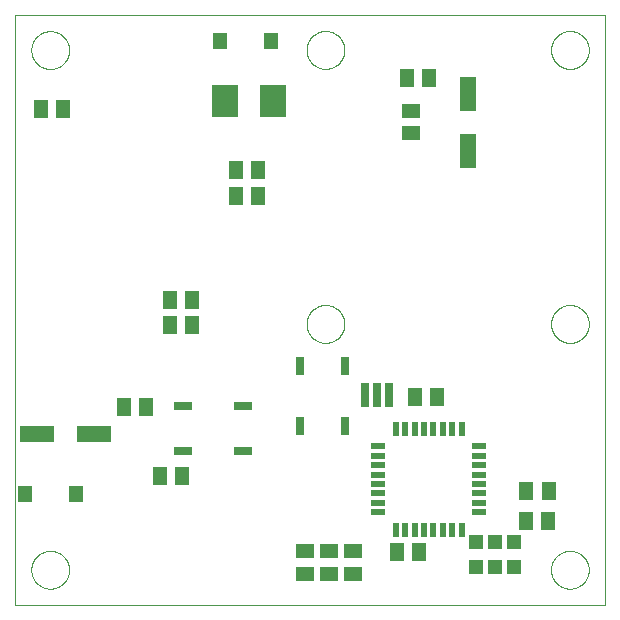
<source format=gtp>
G75*
%MOIN*%
%OFA0B0*%
%FSLAX25Y25*%
%IPPOS*%
%LPD*%
%AMOC8*
5,1,8,0,0,1.08239X$1,22.5*
%
%ADD10C,0.00000*%
%ADD11R,0.05118X0.05906*%
%ADD12R,0.11811X0.05512*%
%ADD13R,0.05512X0.11811*%
%ADD14R,0.05000X0.05787*%
%ADD15R,0.09000X0.11000*%
%ADD16R,0.04724X0.04724*%
%ADD17R,0.05118X0.06299*%
%ADD18R,0.06299X0.05118*%
%ADD19R,0.03000X0.06000*%
%ADD20R,0.06000X0.03000*%
%ADD21R,0.02200X0.05000*%
%ADD22R,0.05000X0.02200*%
%ADD23R,0.02756X0.07874*%
D10*
X0002600Y0002600D02*
X0002600Y0199450D01*
X0199450Y0199450D01*
X0199450Y0002600D01*
X0002600Y0002600D01*
X0008112Y0014411D02*
X0008114Y0014569D01*
X0008120Y0014727D01*
X0008130Y0014885D01*
X0008144Y0015043D01*
X0008162Y0015200D01*
X0008183Y0015357D01*
X0008209Y0015513D01*
X0008239Y0015669D01*
X0008272Y0015824D01*
X0008310Y0015977D01*
X0008351Y0016130D01*
X0008396Y0016282D01*
X0008445Y0016433D01*
X0008498Y0016582D01*
X0008554Y0016730D01*
X0008614Y0016876D01*
X0008678Y0017021D01*
X0008746Y0017164D01*
X0008817Y0017306D01*
X0008891Y0017446D01*
X0008969Y0017583D01*
X0009051Y0017719D01*
X0009135Y0017853D01*
X0009224Y0017984D01*
X0009315Y0018113D01*
X0009410Y0018240D01*
X0009507Y0018365D01*
X0009608Y0018487D01*
X0009712Y0018606D01*
X0009819Y0018723D01*
X0009929Y0018837D01*
X0010042Y0018948D01*
X0010157Y0019057D01*
X0010275Y0019162D01*
X0010396Y0019264D01*
X0010519Y0019364D01*
X0010645Y0019460D01*
X0010773Y0019553D01*
X0010903Y0019643D01*
X0011036Y0019729D01*
X0011171Y0019813D01*
X0011307Y0019892D01*
X0011446Y0019969D01*
X0011587Y0020041D01*
X0011729Y0020111D01*
X0011873Y0020176D01*
X0012019Y0020238D01*
X0012166Y0020296D01*
X0012315Y0020351D01*
X0012465Y0020402D01*
X0012616Y0020449D01*
X0012768Y0020492D01*
X0012921Y0020531D01*
X0013076Y0020567D01*
X0013231Y0020598D01*
X0013387Y0020626D01*
X0013543Y0020650D01*
X0013700Y0020670D01*
X0013858Y0020686D01*
X0014015Y0020698D01*
X0014174Y0020706D01*
X0014332Y0020710D01*
X0014490Y0020710D01*
X0014648Y0020706D01*
X0014807Y0020698D01*
X0014964Y0020686D01*
X0015122Y0020670D01*
X0015279Y0020650D01*
X0015435Y0020626D01*
X0015591Y0020598D01*
X0015746Y0020567D01*
X0015901Y0020531D01*
X0016054Y0020492D01*
X0016206Y0020449D01*
X0016357Y0020402D01*
X0016507Y0020351D01*
X0016656Y0020296D01*
X0016803Y0020238D01*
X0016949Y0020176D01*
X0017093Y0020111D01*
X0017235Y0020041D01*
X0017376Y0019969D01*
X0017515Y0019892D01*
X0017651Y0019813D01*
X0017786Y0019729D01*
X0017919Y0019643D01*
X0018049Y0019553D01*
X0018177Y0019460D01*
X0018303Y0019364D01*
X0018426Y0019264D01*
X0018547Y0019162D01*
X0018665Y0019057D01*
X0018780Y0018948D01*
X0018893Y0018837D01*
X0019003Y0018723D01*
X0019110Y0018606D01*
X0019214Y0018487D01*
X0019315Y0018365D01*
X0019412Y0018240D01*
X0019507Y0018113D01*
X0019598Y0017984D01*
X0019687Y0017853D01*
X0019771Y0017719D01*
X0019853Y0017583D01*
X0019931Y0017446D01*
X0020005Y0017306D01*
X0020076Y0017164D01*
X0020144Y0017021D01*
X0020208Y0016876D01*
X0020268Y0016730D01*
X0020324Y0016582D01*
X0020377Y0016433D01*
X0020426Y0016282D01*
X0020471Y0016130D01*
X0020512Y0015977D01*
X0020550Y0015824D01*
X0020583Y0015669D01*
X0020613Y0015513D01*
X0020639Y0015357D01*
X0020660Y0015200D01*
X0020678Y0015043D01*
X0020692Y0014885D01*
X0020702Y0014727D01*
X0020708Y0014569D01*
X0020710Y0014411D01*
X0020708Y0014253D01*
X0020702Y0014095D01*
X0020692Y0013937D01*
X0020678Y0013779D01*
X0020660Y0013622D01*
X0020639Y0013465D01*
X0020613Y0013309D01*
X0020583Y0013153D01*
X0020550Y0012998D01*
X0020512Y0012845D01*
X0020471Y0012692D01*
X0020426Y0012540D01*
X0020377Y0012389D01*
X0020324Y0012240D01*
X0020268Y0012092D01*
X0020208Y0011946D01*
X0020144Y0011801D01*
X0020076Y0011658D01*
X0020005Y0011516D01*
X0019931Y0011376D01*
X0019853Y0011239D01*
X0019771Y0011103D01*
X0019687Y0010969D01*
X0019598Y0010838D01*
X0019507Y0010709D01*
X0019412Y0010582D01*
X0019315Y0010457D01*
X0019214Y0010335D01*
X0019110Y0010216D01*
X0019003Y0010099D01*
X0018893Y0009985D01*
X0018780Y0009874D01*
X0018665Y0009765D01*
X0018547Y0009660D01*
X0018426Y0009558D01*
X0018303Y0009458D01*
X0018177Y0009362D01*
X0018049Y0009269D01*
X0017919Y0009179D01*
X0017786Y0009093D01*
X0017651Y0009009D01*
X0017515Y0008930D01*
X0017376Y0008853D01*
X0017235Y0008781D01*
X0017093Y0008711D01*
X0016949Y0008646D01*
X0016803Y0008584D01*
X0016656Y0008526D01*
X0016507Y0008471D01*
X0016357Y0008420D01*
X0016206Y0008373D01*
X0016054Y0008330D01*
X0015901Y0008291D01*
X0015746Y0008255D01*
X0015591Y0008224D01*
X0015435Y0008196D01*
X0015279Y0008172D01*
X0015122Y0008152D01*
X0014964Y0008136D01*
X0014807Y0008124D01*
X0014648Y0008116D01*
X0014490Y0008112D01*
X0014332Y0008112D01*
X0014174Y0008116D01*
X0014015Y0008124D01*
X0013858Y0008136D01*
X0013700Y0008152D01*
X0013543Y0008172D01*
X0013387Y0008196D01*
X0013231Y0008224D01*
X0013076Y0008255D01*
X0012921Y0008291D01*
X0012768Y0008330D01*
X0012616Y0008373D01*
X0012465Y0008420D01*
X0012315Y0008471D01*
X0012166Y0008526D01*
X0012019Y0008584D01*
X0011873Y0008646D01*
X0011729Y0008711D01*
X0011587Y0008781D01*
X0011446Y0008853D01*
X0011307Y0008930D01*
X0011171Y0009009D01*
X0011036Y0009093D01*
X0010903Y0009179D01*
X0010773Y0009269D01*
X0010645Y0009362D01*
X0010519Y0009458D01*
X0010396Y0009558D01*
X0010275Y0009660D01*
X0010157Y0009765D01*
X0010042Y0009874D01*
X0009929Y0009985D01*
X0009819Y0010099D01*
X0009712Y0010216D01*
X0009608Y0010335D01*
X0009507Y0010457D01*
X0009410Y0010582D01*
X0009315Y0010709D01*
X0009224Y0010838D01*
X0009135Y0010969D01*
X0009051Y0011103D01*
X0008969Y0011239D01*
X0008891Y0011376D01*
X0008817Y0011516D01*
X0008746Y0011658D01*
X0008678Y0011801D01*
X0008614Y0011946D01*
X0008554Y0012092D01*
X0008498Y0012240D01*
X0008445Y0012389D01*
X0008396Y0012540D01*
X0008351Y0012692D01*
X0008310Y0012845D01*
X0008272Y0012998D01*
X0008239Y0013153D01*
X0008209Y0013309D01*
X0008183Y0013465D01*
X0008162Y0013622D01*
X0008144Y0013779D01*
X0008130Y0013937D01*
X0008120Y0014095D01*
X0008114Y0014253D01*
X0008112Y0014411D01*
X0099868Y0096356D02*
X0099870Y0096514D01*
X0099876Y0096672D01*
X0099886Y0096830D01*
X0099900Y0096988D01*
X0099918Y0097145D01*
X0099939Y0097302D01*
X0099965Y0097458D01*
X0099995Y0097614D01*
X0100028Y0097769D01*
X0100066Y0097922D01*
X0100107Y0098075D01*
X0100152Y0098227D01*
X0100201Y0098378D01*
X0100254Y0098527D01*
X0100310Y0098675D01*
X0100370Y0098821D01*
X0100434Y0098966D01*
X0100502Y0099109D01*
X0100573Y0099251D01*
X0100647Y0099391D01*
X0100725Y0099528D01*
X0100807Y0099664D01*
X0100891Y0099798D01*
X0100980Y0099929D01*
X0101071Y0100058D01*
X0101166Y0100185D01*
X0101263Y0100310D01*
X0101364Y0100432D01*
X0101468Y0100551D01*
X0101575Y0100668D01*
X0101685Y0100782D01*
X0101798Y0100893D01*
X0101913Y0101002D01*
X0102031Y0101107D01*
X0102152Y0101209D01*
X0102275Y0101309D01*
X0102401Y0101405D01*
X0102529Y0101498D01*
X0102659Y0101588D01*
X0102792Y0101674D01*
X0102927Y0101758D01*
X0103063Y0101837D01*
X0103202Y0101914D01*
X0103343Y0101986D01*
X0103485Y0102056D01*
X0103629Y0102121D01*
X0103775Y0102183D01*
X0103922Y0102241D01*
X0104071Y0102296D01*
X0104221Y0102347D01*
X0104372Y0102394D01*
X0104524Y0102437D01*
X0104677Y0102476D01*
X0104832Y0102512D01*
X0104987Y0102543D01*
X0105143Y0102571D01*
X0105299Y0102595D01*
X0105456Y0102615D01*
X0105614Y0102631D01*
X0105771Y0102643D01*
X0105930Y0102651D01*
X0106088Y0102655D01*
X0106246Y0102655D01*
X0106404Y0102651D01*
X0106563Y0102643D01*
X0106720Y0102631D01*
X0106878Y0102615D01*
X0107035Y0102595D01*
X0107191Y0102571D01*
X0107347Y0102543D01*
X0107502Y0102512D01*
X0107657Y0102476D01*
X0107810Y0102437D01*
X0107962Y0102394D01*
X0108113Y0102347D01*
X0108263Y0102296D01*
X0108412Y0102241D01*
X0108559Y0102183D01*
X0108705Y0102121D01*
X0108849Y0102056D01*
X0108991Y0101986D01*
X0109132Y0101914D01*
X0109271Y0101837D01*
X0109407Y0101758D01*
X0109542Y0101674D01*
X0109675Y0101588D01*
X0109805Y0101498D01*
X0109933Y0101405D01*
X0110059Y0101309D01*
X0110182Y0101209D01*
X0110303Y0101107D01*
X0110421Y0101002D01*
X0110536Y0100893D01*
X0110649Y0100782D01*
X0110759Y0100668D01*
X0110866Y0100551D01*
X0110970Y0100432D01*
X0111071Y0100310D01*
X0111168Y0100185D01*
X0111263Y0100058D01*
X0111354Y0099929D01*
X0111443Y0099798D01*
X0111527Y0099664D01*
X0111609Y0099528D01*
X0111687Y0099391D01*
X0111761Y0099251D01*
X0111832Y0099109D01*
X0111900Y0098966D01*
X0111964Y0098821D01*
X0112024Y0098675D01*
X0112080Y0098527D01*
X0112133Y0098378D01*
X0112182Y0098227D01*
X0112227Y0098075D01*
X0112268Y0097922D01*
X0112306Y0097769D01*
X0112339Y0097614D01*
X0112369Y0097458D01*
X0112395Y0097302D01*
X0112416Y0097145D01*
X0112434Y0096988D01*
X0112448Y0096830D01*
X0112458Y0096672D01*
X0112464Y0096514D01*
X0112466Y0096356D01*
X0112464Y0096198D01*
X0112458Y0096040D01*
X0112448Y0095882D01*
X0112434Y0095724D01*
X0112416Y0095567D01*
X0112395Y0095410D01*
X0112369Y0095254D01*
X0112339Y0095098D01*
X0112306Y0094943D01*
X0112268Y0094790D01*
X0112227Y0094637D01*
X0112182Y0094485D01*
X0112133Y0094334D01*
X0112080Y0094185D01*
X0112024Y0094037D01*
X0111964Y0093891D01*
X0111900Y0093746D01*
X0111832Y0093603D01*
X0111761Y0093461D01*
X0111687Y0093321D01*
X0111609Y0093184D01*
X0111527Y0093048D01*
X0111443Y0092914D01*
X0111354Y0092783D01*
X0111263Y0092654D01*
X0111168Y0092527D01*
X0111071Y0092402D01*
X0110970Y0092280D01*
X0110866Y0092161D01*
X0110759Y0092044D01*
X0110649Y0091930D01*
X0110536Y0091819D01*
X0110421Y0091710D01*
X0110303Y0091605D01*
X0110182Y0091503D01*
X0110059Y0091403D01*
X0109933Y0091307D01*
X0109805Y0091214D01*
X0109675Y0091124D01*
X0109542Y0091038D01*
X0109407Y0090954D01*
X0109271Y0090875D01*
X0109132Y0090798D01*
X0108991Y0090726D01*
X0108849Y0090656D01*
X0108705Y0090591D01*
X0108559Y0090529D01*
X0108412Y0090471D01*
X0108263Y0090416D01*
X0108113Y0090365D01*
X0107962Y0090318D01*
X0107810Y0090275D01*
X0107657Y0090236D01*
X0107502Y0090200D01*
X0107347Y0090169D01*
X0107191Y0090141D01*
X0107035Y0090117D01*
X0106878Y0090097D01*
X0106720Y0090081D01*
X0106563Y0090069D01*
X0106404Y0090061D01*
X0106246Y0090057D01*
X0106088Y0090057D01*
X0105930Y0090061D01*
X0105771Y0090069D01*
X0105614Y0090081D01*
X0105456Y0090097D01*
X0105299Y0090117D01*
X0105143Y0090141D01*
X0104987Y0090169D01*
X0104832Y0090200D01*
X0104677Y0090236D01*
X0104524Y0090275D01*
X0104372Y0090318D01*
X0104221Y0090365D01*
X0104071Y0090416D01*
X0103922Y0090471D01*
X0103775Y0090529D01*
X0103629Y0090591D01*
X0103485Y0090656D01*
X0103343Y0090726D01*
X0103202Y0090798D01*
X0103063Y0090875D01*
X0102927Y0090954D01*
X0102792Y0091038D01*
X0102659Y0091124D01*
X0102529Y0091214D01*
X0102401Y0091307D01*
X0102275Y0091403D01*
X0102152Y0091503D01*
X0102031Y0091605D01*
X0101913Y0091710D01*
X0101798Y0091819D01*
X0101685Y0091930D01*
X0101575Y0092044D01*
X0101468Y0092161D01*
X0101364Y0092280D01*
X0101263Y0092402D01*
X0101166Y0092527D01*
X0101071Y0092654D01*
X0100980Y0092783D01*
X0100891Y0092914D01*
X0100807Y0093048D01*
X0100725Y0093184D01*
X0100647Y0093321D01*
X0100573Y0093461D01*
X0100502Y0093603D01*
X0100434Y0093746D01*
X0100370Y0093891D01*
X0100310Y0094037D01*
X0100254Y0094185D01*
X0100201Y0094334D01*
X0100152Y0094485D01*
X0100107Y0094637D01*
X0100066Y0094790D01*
X0100028Y0094943D01*
X0099995Y0095098D01*
X0099965Y0095254D01*
X0099939Y0095410D01*
X0099918Y0095567D01*
X0099900Y0095724D01*
X0099886Y0095882D01*
X0099876Y0096040D01*
X0099870Y0096198D01*
X0099868Y0096356D01*
X0181364Y0096356D02*
X0181366Y0096514D01*
X0181372Y0096672D01*
X0181382Y0096830D01*
X0181396Y0096988D01*
X0181414Y0097145D01*
X0181435Y0097302D01*
X0181461Y0097458D01*
X0181491Y0097614D01*
X0181524Y0097769D01*
X0181562Y0097922D01*
X0181603Y0098075D01*
X0181648Y0098227D01*
X0181697Y0098378D01*
X0181750Y0098527D01*
X0181806Y0098675D01*
X0181866Y0098821D01*
X0181930Y0098966D01*
X0181998Y0099109D01*
X0182069Y0099251D01*
X0182143Y0099391D01*
X0182221Y0099528D01*
X0182303Y0099664D01*
X0182387Y0099798D01*
X0182476Y0099929D01*
X0182567Y0100058D01*
X0182662Y0100185D01*
X0182759Y0100310D01*
X0182860Y0100432D01*
X0182964Y0100551D01*
X0183071Y0100668D01*
X0183181Y0100782D01*
X0183294Y0100893D01*
X0183409Y0101002D01*
X0183527Y0101107D01*
X0183648Y0101209D01*
X0183771Y0101309D01*
X0183897Y0101405D01*
X0184025Y0101498D01*
X0184155Y0101588D01*
X0184288Y0101674D01*
X0184423Y0101758D01*
X0184559Y0101837D01*
X0184698Y0101914D01*
X0184839Y0101986D01*
X0184981Y0102056D01*
X0185125Y0102121D01*
X0185271Y0102183D01*
X0185418Y0102241D01*
X0185567Y0102296D01*
X0185717Y0102347D01*
X0185868Y0102394D01*
X0186020Y0102437D01*
X0186173Y0102476D01*
X0186328Y0102512D01*
X0186483Y0102543D01*
X0186639Y0102571D01*
X0186795Y0102595D01*
X0186952Y0102615D01*
X0187110Y0102631D01*
X0187267Y0102643D01*
X0187426Y0102651D01*
X0187584Y0102655D01*
X0187742Y0102655D01*
X0187900Y0102651D01*
X0188059Y0102643D01*
X0188216Y0102631D01*
X0188374Y0102615D01*
X0188531Y0102595D01*
X0188687Y0102571D01*
X0188843Y0102543D01*
X0188998Y0102512D01*
X0189153Y0102476D01*
X0189306Y0102437D01*
X0189458Y0102394D01*
X0189609Y0102347D01*
X0189759Y0102296D01*
X0189908Y0102241D01*
X0190055Y0102183D01*
X0190201Y0102121D01*
X0190345Y0102056D01*
X0190487Y0101986D01*
X0190628Y0101914D01*
X0190767Y0101837D01*
X0190903Y0101758D01*
X0191038Y0101674D01*
X0191171Y0101588D01*
X0191301Y0101498D01*
X0191429Y0101405D01*
X0191555Y0101309D01*
X0191678Y0101209D01*
X0191799Y0101107D01*
X0191917Y0101002D01*
X0192032Y0100893D01*
X0192145Y0100782D01*
X0192255Y0100668D01*
X0192362Y0100551D01*
X0192466Y0100432D01*
X0192567Y0100310D01*
X0192664Y0100185D01*
X0192759Y0100058D01*
X0192850Y0099929D01*
X0192939Y0099798D01*
X0193023Y0099664D01*
X0193105Y0099528D01*
X0193183Y0099391D01*
X0193257Y0099251D01*
X0193328Y0099109D01*
X0193396Y0098966D01*
X0193460Y0098821D01*
X0193520Y0098675D01*
X0193576Y0098527D01*
X0193629Y0098378D01*
X0193678Y0098227D01*
X0193723Y0098075D01*
X0193764Y0097922D01*
X0193802Y0097769D01*
X0193835Y0097614D01*
X0193865Y0097458D01*
X0193891Y0097302D01*
X0193912Y0097145D01*
X0193930Y0096988D01*
X0193944Y0096830D01*
X0193954Y0096672D01*
X0193960Y0096514D01*
X0193962Y0096356D01*
X0193960Y0096198D01*
X0193954Y0096040D01*
X0193944Y0095882D01*
X0193930Y0095724D01*
X0193912Y0095567D01*
X0193891Y0095410D01*
X0193865Y0095254D01*
X0193835Y0095098D01*
X0193802Y0094943D01*
X0193764Y0094790D01*
X0193723Y0094637D01*
X0193678Y0094485D01*
X0193629Y0094334D01*
X0193576Y0094185D01*
X0193520Y0094037D01*
X0193460Y0093891D01*
X0193396Y0093746D01*
X0193328Y0093603D01*
X0193257Y0093461D01*
X0193183Y0093321D01*
X0193105Y0093184D01*
X0193023Y0093048D01*
X0192939Y0092914D01*
X0192850Y0092783D01*
X0192759Y0092654D01*
X0192664Y0092527D01*
X0192567Y0092402D01*
X0192466Y0092280D01*
X0192362Y0092161D01*
X0192255Y0092044D01*
X0192145Y0091930D01*
X0192032Y0091819D01*
X0191917Y0091710D01*
X0191799Y0091605D01*
X0191678Y0091503D01*
X0191555Y0091403D01*
X0191429Y0091307D01*
X0191301Y0091214D01*
X0191171Y0091124D01*
X0191038Y0091038D01*
X0190903Y0090954D01*
X0190767Y0090875D01*
X0190628Y0090798D01*
X0190487Y0090726D01*
X0190345Y0090656D01*
X0190201Y0090591D01*
X0190055Y0090529D01*
X0189908Y0090471D01*
X0189759Y0090416D01*
X0189609Y0090365D01*
X0189458Y0090318D01*
X0189306Y0090275D01*
X0189153Y0090236D01*
X0188998Y0090200D01*
X0188843Y0090169D01*
X0188687Y0090141D01*
X0188531Y0090117D01*
X0188374Y0090097D01*
X0188216Y0090081D01*
X0188059Y0090069D01*
X0187900Y0090061D01*
X0187742Y0090057D01*
X0187584Y0090057D01*
X0187426Y0090061D01*
X0187267Y0090069D01*
X0187110Y0090081D01*
X0186952Y0090097D01*
X0186795Y0090117D01*
X0186639Y0090141D01*
X0186483Y0090169D01*
X0186328Y0090200D01*
X0186173Y0090236D01*
X0186020Y0090275D01*
X0185868Y0090318D01*
X0185717Y0090365D01*
X0185567Y0090416D01*
X0185418Y0090471D01*
X0185271Y0090529D01*
X0185125Y0090591D01*
X0184981Y0090656D01*
X0184839Y0090726D01*
X0184698Y0090798D01*
X0184559Y0090875D01*
X0184423Y0090954D01*
X0184288Y0091038D01*
X0184155Y0091124D01*
X0184025Y0091214D01*
X0183897Y0091307D01*
X0183771Y0091403D01*
X0183648Y0091503D01*
X0183527Y0091605D01*
X0183409Y0091710D01*
X0183294Y0091819D01*
X0183181Y0091930D01*
X0183071Y0092044D01*
X0182964Y0092161D01*
X0182860Y0092280D01*
X0182759Y0092402D01*
X0182662Y0092527D01*
X0182567Y0092654D01*
X0182476Y0092783D01*
X0182387Y0092914D01*
X0182303Y0093048D01*
X0182221Y0093184D01*
X0182143Y0093321D01*
X0182069Y0093461D01*
X0181998Y0093603D01*
X0181930Y0093746D01*
X0181866Y0093891D01*
X0181806Y0094037D01*
X0181750Y0094185D01*
X0181697Y0094334D01*
X0181648Y0094485D01*
X0181603Y0094637D01*
X0181562Y0094790D01*
X0181524Y0094943D01*
X0181491Y0095098D01*
X0181461Y0095254D01*
X0181435Y0095410D01*
X0181414Y0095567D01*
X0181396Y0095724D01*
X0181382Y0095882D01*
X0181372Y0096040D01*
X0181366Y0096198D01*
X0181364Y0096356D01*
X0181340Y0014411D02*
X0181342Y0014569D01*
X0181348Y0014727D01*
X0181358Y0014885D01*
X0181372Y0015043D01*
X0181390Y0015200D01*
X0181411Y0015357D01*
X0181437Y0015513D01*
X0181467Y0015669D01*
X0181500Y0015824D01*
X0181538Y0015977D01*
X0181579Y0016130D01*
X0181624Y0016282D01*
X0181673Y0016433D01*
X0181726Y0016582D01*
X0181782Y0016730D01*
X0181842Y0016876D01*
X0181906Y0017021D01*
X0181974Y0017164D01*
X0182045Y0017306D01*
X0182119Y0017446D01*
X0182197Y0017583D01*
X0182279Y0017719D01*
X0182363Y0017853D01*
X0182452Y0017984D01*
X0182543Y0018113D01*
X0182638Y0018240D01*
X0182735Y0018365D01*
X0182836Y0018487D01*
X0182940Y0018606D01*
X0183047Y0018723D01*
X0183157Y0018837D01*
X0183270Y0018948D01*
X0183385Y0019057D01*
X0183503Y0019162D01*
X0183624Y0019264D01*
X0183747Y0019364D01*
X0183873Y0019460D01*
X0184001Y0019553D01*
X0184131Y0019643D01*
X0184264Y0019729D01*
X0184399Y0019813D01*
X0184535Y0019892D01*
X0184674Y0019969D01*
X0184815Y0020041D01*
X0184957Y0020111D01*
X0185101Y0020176D01*
X0185247Y0020238D01*
X0185394Y0020296D01*
X0185543Y0020351D01*
X0185693Y0020402D01*
X0185844Y0020449D01*
X0185996Y0020492D01*
X0186149Y0020531D01*
X0186304Y0020567D01*
X0186459Y0020598D01*
X0186615Y0020626D01*
X0186771Y0020650D01*
X0186928Y0020670D01*
X0187086Y0020686D01*
X0187243Y0020698D01*
X0187402Y0020706D01*
X0187560Y0020710D01*
X0187718Y0020710D01*
X0187876Y0020706D01*
X0188035Y0020698D01*
X0188192Y0020686D01*
X0188350Y0020670D01*
X0188507Y0020650D01*
X0188663Y0020626D01*
X0188819Y0020598D01*
X0188974Y0020567D01*
X0189129Y0020531D01*
X0189282Y0020492D01*
X0189434Y0020449D01*
X0189585Y0020402D01*
X0189735Y0020351D01*
X0189884Y0020296D01*
X0190031Y0020238D01*
X0190177Y0020176D01*
X0190321Y0020111D01*
X0190463Y0020041D01*
X0190604Y0019969D01*
X0190743Y0019892D01*
X0190879Y0019813D01*
X0191014Y0019729D01*
X0191147Y0019643D01*
X0191277Y0019553D01*
X0191405Y0019460D01*
X0191531Y0019364D01*
X0191654Y0019264D01*
X0191775Y0019162D01*
X0191893Y0019057D01*
X0192008Y0018948D01*
X0192121Y0018837D01*
X0192231Y0018723D01*
X0192338Y0018606D01*
X0192442Y0018487D01*
X0192543Y0018365D01*
X0192640Y0018240D01*
X0192735Y0018113D01*
X0192826Y0017984D01*
X0192915Y0017853D01*
X0192999Y0017719D01*
X0193081Y0017583D01*
X0193159Y0017446D01*
X0193233Y0017306D01*
X0193304Y0017164D01*
X0193372Y0017021D01*
X0193436Y0016876D01*
X0193496Y0016730D01*
X0193552Y0016582D01*
X0193605Y0016433D01*
X0193654Y0016282D01*
X0193699Y0016130D01*
X0193740Y0015977D01*
X0193778Y0015824D01*
X0193811Y0015669D01*
X0193841Y0015513D01*
X0193867Y0015357D01*
X0193888Y0015200D01*
X0193906Y0015043D01*
X0193920Y0014885D01*
X0193930Y0014727D01*
X0193936Y0014569D01*
X0193938Y0014411D01*
X0193936Y0014253D01*
X0193930Y0014095D01*
X0193920Y0013937D01*
X0193906Y0013779D01*
X0193888Y0013622D01*
X0193867Y0013465D01*
X0193841Y0013309D01*
X0193811Y0013153D01*
X0193778Y0012998D01*
X0193740Y0012845D01*
X0193699Y0012692D01*
X0193654Y0012540D01*
X0193605Y0012389D01*
X0193552Y0012240D01*
X0193496Y0012092D01*
X0193436Y0011946D01*
X0193372Y0011801D01*
X0193304Y0011658D01*
X0193233Y0011516D01*
X0193159Y0011376D01*
X0193081Y0011239D01*
X0192999Y0011103D01*
X0192915Y0010969D01*
X0192826Y0010838D01*
X0192735Y0010709D01*
X0192640Y0010582D01*
X0192543Y0010457D01*
X0192442Y0010335D01*
X0192338Y0010216D01*
X0192231Y0010099D01*
X0192121Y0009985D01*
X0192008Y0009874D01*
X0191893Y0009765D01*
X0191775Y0009660D01*
X0191654Y0009558D01*
X0191531Y0009458D01*
X0191405Y0009362D01*
X0191277Y0009269D01*
X0191147Y0009179D01*
X0191014Y0009093D01*
X0190879Y0009009D01*
X0190743Y0008930D01*
X0190604Y0008853D01*
X0190463Y0008781D01*
X0190321Y0008711D01*
X0190177Y0008646D01*
X0190031Y0008584D01*
X0189884Y0008526D01*
X0189735Y0008471D01*
X0189585Y0008420D01*
X0189434Y0008373D01*
X0189282Y0008330D01*
X0189129Y0008291D01*
X0188974Y0008255D01*
X0188819Y0008224D01*
X0188663Y0008196D01*
X0188507Y0008172D01*
X0188350Y0008152D01*
X0188192Y0008136D01*
X0188035Y0008124D01*
X0187876Y0008116D01*
X0187718Y0008112D01*
X0187560Y0008112D01*
X0187402Y0008116D01*
X0187243Y0008124D01*
X0187086Y0008136D01*
X0186928Y0008152D01*
X0186771Y0008172D01*
X0186615Y0008196D01*
X0186459Y0008224D01*
X0186304Y0008255D01*
X0186149Y0008291D01*
X0185996Y0008330D01*
X0185844Y0008373D01*
X0185693Y0008420D01*
X0185543Y0008471D01*
X0185394Y0008526D01*
X0185247Y0008584D01*
X0185101Y0008646D01*
X0184957Y0008711D01*
X0184815Y0008781D01*
X0184674Y0008853D01*
X0184535Y0008930D01*
X0184399Y0009009D01*
X0184264Y0009093D01*
X0184131Y0009179D01*
X0184001Y0009269D01*
X0183873Y0009362D01*
X0183747Y0009458D01*
X0183624Y0009558D01*
X0183503Y0009660D01*
X0183385Y0009765D01*
X0183270Y0009874D01*
X0183157Y0009985D01*
X0183047Y0010099D01*
X0182940Y0010216D01*
X0182836Y0010335D01*
X0182735Y0010457D01*
X0182638Y0010582D01*
X0182543Y0010709D01*
X0182452Y0010838D01*
X0182363Y0010969D01*
X0182279Y0011103D01*
X0182197Y0011239D01*
X0182119Y0011376D01*
X0182045Y0011516D01*
X0181974Y0011658D01*
X0181906Y0011801D01*
X0181842Y0011946D01*
X0181782Y0012092D01*
X0181726Y0012240D01*
X0181673Y0012389D01*
X0181624Y0012540D01*
X0181579Y0012692D01*
X0181538Y0012845D01*
X0181500Y0012998D01*
X0181467Y0013153D01*
X0181437Y0013309D01*
X0181411Y0013465D01*
X0181390Y0013622D01*
X0181372Y0013779D01*
X0181358Y0013937D01*
X0181348Y0014095D01*
X0181342Y0014253D01*
X0181340Y0014411D01*
X0181364Y0187694D02*
X0181366Y0187852D01*
X0181372Y0188010D01*
X0181382Y0188168D01*
X0181396Y0188326D01*
X0181414Y0188483D01*
X0181435Y0188640D01*
X0181461Y0188796D01*
X0181491Y0188952D01*
X0181524Y0189107D01*
X0181562Y0189260D01*
X0181603Y0189413D01*
X0181648Y0189565D01*
X0181697Y0189716D01*
X0181750Y0189865D01*
X0181806Y0190013D01*
X0181866Y0190159D01*
X0181930Y0190304D01*
X0181998Y0190447D01*
X0182069Y0190589D01*
X0182143Y0190729D01*
X0182221Y0190866D01*
X0182303Y0191002D01*
X0182387Y0191136D01*
X0182476Y0191267D01*
X0182567Y0191396D01*
X0182662Y0191523D01*
X0182759Y0191648D01*
X0182860Y0191770D01*
X0182964Y0191889D01*
X0183071Y0192006D01*
X0183181Y0192120D01*
X0183294Y0192231D01*
X0183409Y0192340D01*
X0183527Y0192445D01*
X0183648Y0192547D01*
X0183771Y0192647D01*
X0183897Y0192743D01*
X0184025Y0192836D01*
X0184155Y0192926D01*
X0184288Y0193012D01*
X0184423Y0193096D01*
X0184559Y0193175D01*
X0184698Y0193252D01*
X0184839Y0193324D01*
X0184981Y0193394D01*
X0185125Y0193459D01*
X0185271Y0193521D01*
X0185418Y0193579D01*
X0185567Y0193634D01*
X0185717Y0193685D01*
X0185868Y0193732D01*
X0186020Y0193775D01*
X0186173Y0193814D01*
X0186328Y0193850D01*
X0186483Y0193881D01*
X0186639Y0193909D01*
X0186795Y0193933D01*
X0186952Y0193953D01*
X0187110Y0193969D01*
X0187267Y0193981D01*
X0187426Y0193989D01*
X0187584Y0193993D01*
X0187742Y0193993D01*
X0187900Y0193989D01*
X0188059Y0193981D01*
X0188216Y0193969D01*
X0188374Y0193953D01*
X0188531Y0193933D01*
X0188687Y0193909D01*
X0188843Y0193881D01*
X0188998Y0193850D01*
X0189153Y0193814D01*
X0189306Y0193775D01*
X0189458Y0193732D01*
X0189609Y0193685D01*
X0189759Y0193634D01*
X0189908Y0193579D01*
X0190055Y0193521D01*
X0190201Y0193459D01*
X0190345Y0193394D01*
X0190487Y0193324D01*
X0190628Y0193252D01*
X0190767Y0193175D01*
X0190903Y0193096D01*
X0191038Y0193012D01*
X0191171Y0192926D01*
X0191301Y0192836D01*
X0191429Y0192743D01*
X0191555Y0192647D01*
X0191678Y0192547D01*
X0191799Y0192445D01*
X0191917Y0192340D01*
X0192032Y0192231D01*
X0192145Y0192120D01*
X0192255Y0192006D01*
X0192362Y0191889D01*
X0192466Y0191770D01*
X0192567Y0191648D01*
X0192664Y0191523D01*
X0192759Y0191396D01*
X0192850Y0191267D01*
X0192939Y0191136D01*
X0193023Y0191002D01*
X0193105Y0190866D01*
X0193183Y0190729D01*
X0193257Y0190589D01*
X0193328Y0190447D01*
X0193396Y0190304D01*
X0193460Y0190159D01*
X0193520Y0190013D01*
X0193576Y0189865D01*
X0193629Y0189716D01*
X0193678Y0189565D01*
X0193723Y0189413D01*
X0193764Y0189260D01*
X0193802Y0189107D01*
X0193835Y0188952D01*
X0193865Y0188796D01*
X0193891Y0188640D01*
X0193912Y0188483D01*
X0193930Y0188326D01*
X0193944Y0188168D01*
X0193954Y0188010D01*
X0193960Y0187852D01*
X0193962Y0187694D01*
X0193960Y0187536D01*
X0193954Y0187378D01*
X0193944Y0187220D01*
X0193930Y0187062D01*
X0193912Y0186905D01*
X0193891Y0186748D01*
X0193865Y0186592D01*
X0193835Y0186436D01*
X0193802Y0186281D01*
X0193764Y0186128D01*
X0193723Y0185975D01*
X0193678Y0185823D01*
X0193629Y0185672D01*
X0193576Y0185523D01*
X0193520Y0185375D01*
X0193460Y0185229D01*
X0193396Y0185084D01*
X0193328Y0184941D01*
X0193257Y0184799D01*
X0193183Y0184659D01*
X0193105Y0184522D01*
X0193023Y0184386D01*
X0192939Y0184252D01*
X0192850Y0184121D01*
X0192759Y0183992D01*
X0192664Y0183865D01*
X0192567Y0183740D01*
X0192466Y0183618D01*
X0192362Y0183499D01*
X0192255Y0183382D01*
X0192145Y0183268D01*
X0192032Y0183157D01*
X0191917Y0183048D01*
X0191799Y0182943D01*
X0191678Y0182841D01*
X0191555Y0182741D01*
X0191429Y0182645D01*
X0191301Y0182552D01*
X0191171Y0182462D01*
X0191038Y0182376D01*
X0190903Y0182292D01*
X0190767Y0182213D01*
X0190628Y0182136D01*
X0190487Y0182064D01*
X0190345Y0181994D01*
X0190201Y0181929D01*
X0190055Y0181867D01*
X0189908Y0181809D01*
X0189759Y0181754D01*
X0189609Y0181703D01*
X0189458Y0181656D01*
X0189306Y0181613D01*
X0189153Y0181574D01*
X0188998Y0181538D01*
X0188843Y0181507D01*
X0188687Y0181479D01*
X0188531Y0181455D01*
X0188374Y0181435D01*
X0188216Y0181419D01*
X0188059Y0181407D01*
X0187900Y0181399D01*
X0187742Y0181395D01*
X0187584Y0181395D01*
X0187426Y0181399D01*
X0187267Y0181407D01*
X0187110Y0181419D01*
X0186952Y0181435D01*
X0186795Y0181455D01*
X0186639Y0181479D01*
X0186483Y0181507D01*
X0186328Y0181538D01*
X0186173Y0181574D01*
X0186020Y0181613D01*
X0185868Y0181656D01*
X0185717Y0181703D01*
X0185567Y0181754D01*
X0185418Y0181809D01*
X0185271Y0181867D01*
X0185125Y0181929D01*
X0184981Y0181994D01*
X0184839Y0182064D01*
X0184698Y0182136D01*
X0184559Y0182213D01*
X0184423Y0182292D01*
X0184288Y0182376D01*
X0184155Y0182462D01*
X0184025Y0182552D01*
X0183897Y0182645D01*
X0183771Y0182741D01*
X0183648Y0182841D01*
X0183527Y0182943D01*
X0183409Y0183048D01*
X0183294Y0183157D01*
X0183181Y0183268D01*
X0183071Y0183382D01*
X0182964Y0183499D01*
X0182860Y0183618D01*
X0182759Y0183740D01*
X0182662Y0183865D01*
X0182567Y0183992D01*
X0182476Y0184121D01*
X0182387Y0184252D01*
X0182303Y0184386D01*
X0182221Y0184522D01*
X0182143Y0184659D01*
X0182069Y0184799D01*
X0181998Y0184941D01*
X0181930Y0185084D01*
X0181866Y0185229D01*
X0181806Y0185375D01*
X0181750Y0185523D01*
X0181697Y0185672D01*
X0181648Y0185823D01*
X0181603Y0185975D01*
X0181562Y0186128D01*
X0181524Y0186281D01*
X0181491Y0186436D01*
X0181461Y0186592D01*
X0181435Y0186748D01*
X0181414Y0186905D01*
X0181396Y0187062D01*
X0181382Y0187220D01*
X0181372Y0187378D01*
X0181366Y0187536D01*
X0181364Y0187694D01*
X0099868Y0187694D02*
X0099870Y0187852D01*
X0099876Y0188010D01*
X0099886Y0188168D01*
X0099900Y0188326D01*
X0099918Y0188483D01*
X0099939Y0188640D01*
X0099965Y0188796D01*
X0099995Y0188952D01*
X0100028Y0189107D01*
X0100066Y0189260D01*
X0100107Y0189413D01*
X0100152Y0189565D01*
X0100201Y0189716D01*
X0100254Y0189865D01*
X0100310Y0190013D01*
X0100370Y0190159D01*
X0100434Y0190304D01*
X0100502Y0190447D01*
X0100573Y0190589D01*
X0100647Y0190729D01*
X0100725Y0190866D01*
X0100807Y0191002D01*
X0100891Y0191136D01*
X0100980Y0191267D01*
X0101071Y0191396D01*
X0101166Y0191523D01*
X0101263Y0191648D01*
X0101364Y0191770D01*
X0101468Y0191889D01*
X0101575Y0192006D01*
X0101685Y0192120D01*
X0101798Y0192231D01*
X0101913Y0192340D01*
X0102031Y0192445D01*
X0102152Y0192547D01*
X0102275Y0192647D01*
X0102401Y0192743D01*
X0102529Y0192836D01*
X0102659Y0192926D01*
X0102792Y0193012D01*
X0102927Y0193096D01*
X0103063Y0193175D01*
X0103202Y0193252D01*
X0103343Y0193324D01*
X0103485Y0193394D01*
X0103629Y0193459D01*
X0103775Y0193521D01*
X0103922Y0193579D01*
X0104071Y0193634D01*
X0104221Y0193685D01*
X0104372Y0193732D01*
X0104524Y0193775D01*
X0104677Y0193814D01*
X0104832Y0193850D01*
X0104987Y0193881D01*
X0105143Y0193909D01*
X0105299Y0193933D01*
X0105456Y0193953D01*
X0105614Y0193969D01*
X0105771Y0193981D01*
X0105930Y0193989D01*
X0106088Y0193993D01*
X0106246Y0193993D01*
X0106404Y0193989D01*
X0106563Y0193981D01*
X0106720Y0193969D01*
X0106878Y0193953D01*
X0107035Y0193933D01*
X0107191Y0193909D01*
X0107347Y0193881D01*
X0107502Y0193850D01*
X0107657Y0193814D01*
X0107810Y0193775D01*
X0107962Y0193732D01*
X0108113Y0193685D01*
X0108263Y0193634D01*
X0108412Y0193579D01*
X0108559Y0193521D01*
X0108705Y0193459D01*
X0108849Y0193394D01*
X0108991Y0193324D01*
X0109132Y0193252D01*
X0109271Y0193175D01*
X0109407Y0193096D01*
X0109542Y0193012D01*
X0109675Y0192926D01*
X0109805Y0192836D01*
X0109933Y0192743D01*
X0110059Y0192647D01*
X0110182Y0192547D01*
X0110303Y0192445D01*
X0110421Y0192340D01*
X0110536Y0192231D01*
X0110649Y0192120D01*
X0110759Y0192006D01*
X0110866Y0191889D01*
X0110970Y0191770D01*
X0111071Y0191648D01*
X0111168Y0191523D01*
X0111263Y0191396D01*
X0111354Y0191267D01*
X0111443Y0191136D01*
X0111527Y0191002D01*
X0111609Y0190866D01*
X0111687Y0190729D01*
X0111761Y0190589D01*
X0111832Y0190447D01*
X0111900Y0190304D01*
X0111964Y0190159D01*
X0112024Y0190013D01*
X0112080Y0189865D01*
X0112133Y0189716D01*
X0112182Y0189565D01*
X0112227Y0189413D01*
X0112268Y0189260D01*
X0112306Y0189107D01*
X0112339Y0188952D01*
X0112369Y0188796D01*
X0112395Y0188640D01*
X0112416Y0188483D01*
X0112434Y0188326D01*
X0112448Y0188168D01*
X0112458Y0188010D01*
X0112464Y0187852D01*
X0112466Y0187694D01*
X0112464Y0187536D01*
X0112458Y0187378D01*
X0112448Y0187220D01*
X0112434Y0187062D01*
X0112416Y0186905D01*
X0112395Y0186748D01*
X0112369Y0186592D01*
X0112339Y0186436D01*
X0112306Y0186281D01*
X0112268Y0186128D01*
X0112227Y0185975D01*
X0112182Y0185823D01*
X0112133Y0185672D01*
X0112080Y0185523D01*
X0112024Y0185375D01*
X0111964Y0185229D01*
X0111900Y0185084D01*
X0111832Y0184941D01*
X0111761Y0184799D01*
X0111687Y0184659D01*
X0111609Y0184522D01*
X0111527Y0184386D01*
X0111443Y0184252D01*
X0111354Y0184121D01*
X0111263Y0183992D01*
X0111168Y0183865D01*
X0111071Y0183740D01*
X0110970Y0183618D01*
X0110866Y0183499D01*
X0110759Y0183382D01*
X0110649Y0183268D01*
X0110536Y0183157D01*
X0110421Y0183048D01*
X0110303Y0182943D01*
X0110182Y0182841D01*
X0110059Y0182741D01*
X0109933Y0182645D01*
X0109805Y0182552D01*
X0109675Y0182462D01*
X0109542Y0182376D01*
X0109407Y0182292D01*
X0109271Y0182213D01*
X0109132Y0182136D01*
X0108991Y0182064D01*
X0108849Y0181994D01*
X0108705Y0181929D01*
X0108559Y0181867D01*
X0108412Y0181809D01*
X0108263Y0181754D01*
X0108113Y0181703D01*
X0107962Y0181656D01*
X0107810Y0181613D01*
X0107657Y0181574D01*
X0107502Y0181538D01*
X0107347Y0181507D01*
X0107191Y0181479D01*
X0107035Y0181455D01*
X0106878Y0181435D01*
X0106720Y0181419D01*
X0106563Y0181407D01*
X0106404Y0181399D01*
X0106246Y0181395D01*
X0106088Y0181395D01*
X0105930Y0181399D01*
X0105771Y0181407D01*
X0105614Y0181419D01*
X0105456Y0181435D01*
X0105299Y0181455D01*
X0105143Y0181479D01*
X0104987Y0181507D01*
X0104832Y0181538D01*
X0104677Y0181574D01*
X0104524Y0181613D01*
X0104372Y0181656D01*
X0104221Y0181703D01*
X0104071Y0181754D01*
X0103922Y0181809D01*
X0103775Y0181867D01*
X0103629Y0181929D01*
X0103485Y0181994D01*
X0103343Y0182064D01*
X0103202Y0182136D01*
X0103063Y0182213D01*
X0102927Y0182292D01*
X0102792Y0182376D01*
X0102659Y0182462D01*
X0102529Y0182552D01*
X0102401Y0182645D01*
X0102275Y0182741D01*
X0102152Y0182841D01*
X0102031Y0182943D01*
X0101913Y0183048D01*
X0101798Y0183157D01*
X0101685Y0183268D01*
X0101575Y0183382D01*
X0101468Y0183499D01*
X0101364Y0183618D01*
X0101263Y0183740D01*
X0101166Y0183865D01*
X0101071Y0183992D01*
X0100980Y0184121D01*
X0100891Y0184252D01*
X0100807Y0184386D01*
X0100725Y0184522D01*
X0100647Y0184659D01*
X0100573Y0184799D01*
X0100502Y0184941D01*
X0100434Y0185084D01*
X0100370Y0185229D01*
X0100310Y0185375D01*
X0100254Y0185523D01*
X0100201Y0185672D01*
X0100152Y0185823D01*
X0100107Y0185975D01*
X0100066Y0186128D01*
X0100028Y0186281D01*
X0099995Y0186436D01*
X0099965Y0186592D01*
X0099939Y0186748D01*
X0099918Y0186905D01*
X0099900Y0187062D01*
X0099886Y0187220D01*
X0099876Y0187378D01*
X0099870Y0187536D01*
X0099868Y0187694D01*
X0008112Y0187639D02*
X0008114Y0187797D01*
X0008120Y0187955D01*
X0008130Y0188113D01*
X0008144Y0188271D01*
X0008162Y0188428D01*
X0008183Y0188585D01*
X0008209Y0188741D01*
X0008239Y0188897D01*
X0008272Y0189052D01*
X0008310Y0189205D01*
X0008351Y0189358D01*
X0008396Y0189510D01*
X0008445Y0189661D01*
X0008498Y0189810D01*
X0008554Y0189958D01*
X0008614Y0190104D01*
X0008678Y0190249D01*
X0008746Y0190392D01*
X0008817Y0190534D01*
X0008891Y0190674D01*
X0008969Y0190811D01*
X0009051Y0190947D01*
X0009135Y0191081D01*
X0009224Y0191212D01*
X0009315Y0191341D01*
X0009410Y0191468D01*
X0009507Y0191593D01*
X0009608Y0191715D01*
X0009712Y0191834D01*
X0009819Y0191951D01*
X0009929Y0192065D01*
X0010042Y0192176D01*
X0010157Y0192285D01*
X0010275Y0192390D01*
X0010396Y0192492D01*
X0010519Y0192592D01*
X0010645Y0192688D01*
X0010773Y0192781D01*
X0010903Y0192871D01*
X0011036Y0192957D01*
X0011171Y0193041D01*
X0011307Y0193120D01*
X0011446Y0193197D01*
X0011587Y0193269D01*
X0011729Y0193339D01*
X0011873Y0193404D01*
X0012019Y0193466D01*
X0012166Y0193524D01*
X0012315Y0193579D01*
X0012465Y0193630D01*
X0012616Y0193677D01*
X0012768Y0193720D01*
X0012921Y0193759D01*
X0013076Y0193795D01*
X0013231Y0193826D01*
X0013387Y0193854D01*
X0013543Y0193878D01*
X0013700Y0193898D01*
X0013858Y0193914D01*
X0014015Y0193926D01*
X0014174Y0193934D01*
X0014332Y0193938D01*
X0014490Y0193938D01*
X0014648Y0193934D01*
X0014807Y0193926D01*
X0014964Y0193914D01*
X0015122Y0193898D01*
X0015279Y0193878D01*
X0015435Y0193854D01*
X0015591Y0193826D01*
X0015746Y0193795D01*
X0015901Y0193759D01*
X0016054Y0193720D01*
X0016206Y0193677D01*
X0016357Y0193630D01*
X0016507Y0193579D01*
X0016656Y0193524D01*
X0016803Y0193466D01*
X0016949Y0193404D01*
X0017093Y0193339D01*
X0017235Y0193269D01*
X0017376Y0193197D01*
X0017515Y0193120D01*
X0017651Y0193041D01*
X0017786Y0192957D01*
X0017919Y0192871D01*
X0018049Y0192781D01*
X0018177Y0192688D01*
X0018303Y0192592D01*
X0018426Y0192492D01*
X0018547Y0192390D01*
X0018665Y0192285D01*
X0018780Y0192176D01*
X0018893Y0192065D01*
X0019003Y0191951D01*
X0019110Y0191834D01*
X0019214Y0191715D01*
X0019315Y0191593D01*
X0019412Y0191468D01*
X0019507Y0191341D01*
X0019598Y0191212D01*
X0019687Y0191081D01*
X0019771Y0190947D01*
X0019853Y0190811D01*
X0019931Y0190674D01*
X0020005Y0190534D01*
X0020076Y0190392D01*
X0020144Y0190249D01*
X0020208Y0190104D01*
X0020268Y0189958D01*
X0020324Y0189810D01*
X0020377Y0189661D01*
X0020426Y0189510D01*
X0020471Y0189358D01*
X0020512Y0189205D01*
X0020550Y0189052D01*
X0020583Y0188897D01*
X0020613Y0188741D01*
X0020639Y0188585D01*
X0020660Y0188428D01*
X0020678Y0188271D01*
X0020692Y0188113D01*
X0020702Y0187955D01*
X0020708Y0187797D01*
X0020710Y0187639D01*
X0020708Y0187481D01*
X0020702Y0187323D01*
X0020692Y0187165D01*
X0020678Y0187007D01*
X0020660Y0186850D01*
X0020639Y0186693D01*
X0020613Y0186537D01*
X0020583Y0186381D01*
X0020550Y0186226D01*
X0020512Y0186073D01*
X0020471Y0185920D01*
X0020426Y0185768D01*
X0020377Y0185617D01*
X0020324Y0185468D01*
X0020268Y0185320D01*
X0020208Y0185174D01*
X0020144Y0185029D01*
X0020076Y0184886D01*
X0020005Y0184744D01*
X0019931Y0184604D01*
X0019853Y0184467D01*
X0019771Y0184331D01*
X0019687Y0184197D01*
X0019598Y0184066D01*
X0019507Y0183937D01*
X0019412Y0183810D01*
X0019315Y0183685D01*
X0019214Y0183563D01*
X0019110Y0183444D01*
X0019003Y0183327D01*
X0018893Y0183213D01*
X0018780Y0183102D01*
X0018665Y0182993D01*
X0018547Y0182888D01*
X0018426Y0182786D01*
X0018303Y0182686D01*
X0018177Y0182590D01*
X0018049Y0182497D01*
X0017919Y0182407D01*
X0017786Y0182321D01*
X0017651Y0182237D01*
X0017515Y0182158D01*
X0017376Y0182081D01*
X0017235Y0182009D01*
X0017093Y0181939D01*
X0016949Y0181874D01*
X0016803Y0181812D01*
X0016656Y0181754D01*
X0016507Y0181699D01*
X0016357Y0181648D01*
X0016206Y0181601D01*
X0016054Y0181558D01*
X0015901Y0181519D01*
X0015746Y0181483D01*
X0015591Y0181452D01*
X0015435Y0181424D01*
X0015279Y0181400D01*
X0015122Y0181380D01*
X0014964Y0181364D01*
X0014807Y0181352D01*
X0014648Y0181344D01*
X0014490Y0181340D01*
X0014332Y0181340D01*
X0014174Y0181344D01*
X0014015Y0181352D01*
X0013858Y0181364D01*
X0013700Y0181380D01*
X0013543Y0181400D01*
X0013387Y0181424D01*
X0013231Y0181452D01*
X0013076Y0181483D01*
X0012921Y0181519D01*
X0012768Y0181558D01*
X0012616Y0181601D01*
X0012465Y0181648D01*
X0012315Y0181699D01*
X0012166Y0181754D01*
X0012019Y0181812D01*
X0011873Y0181874D01*
X0011729Y0181939D01*
X0011587Y0182009D01*
X0011446Y0182081D01*
X0011307Y0182158D01*
X0011171Y0182237D01*
X0011036Y0182321D01*
X0010903Y0182407D01*
X0010773Y0182497D01*
X0010645Y0182590D01*
X0010519Y0182686D01*
X0010396Y0182786D01*
X0010275Y0182888D01*
X0010157Y0182993D01*
X0010042Y0183102D01*
X0009929Y0183213D01*
X0009819Y0183327D01*
X0009712Y0183444D01*
X0009608Y0183563D01*
X0009507Y0183685D01*
X0009410Y0183810D01*
X0009315Y0183937D01*
X0009224Y0184066D01*
X0009135Y0184197D01*
X0009051Y0184331D01*
X0008969Y0184467D01*
X0008891Y0184604D01*
X0008817Y0184744D01*
X0008746Y0184886D01*
X0008678Y0185029D01*
X0008614Y0185174D01*
X0008554Y0185320D01*
X0008498Y0185468D01*
X0008445Y0185617D01*
X0008396Y0185768D01*
X0008351Y0185920D01*
X0008310Y0186073D01*
X0008272Y0186226D01*
X0008239Y0186381D01*
X0008209Y0186537D01*
X0008183Y0186693D01*
X0008162Y0186850D01*
X0008144Y0187007D01*
X0008130Y0187165D01*
X0008120Y0187323D01*
X0008114Y0187481D01*
X0008112Y0187639D01*
D11*
X0011360Y0167850D03*
X0018840Y0167850D03*
X0038860Y0068600D03*
X0046340Y0068600D03*
X0129860Y0020350D03*
X0137340Y0020350D03*
X0135860Y0071850D03*
X0143340Y0071850D03*
D12*
X0029049Y0059600D03*
X0010151Y0059600D03*
D13*
X0153600Y0154151D03*
X0153600Y0173049D03*
D14*
X0088065Y0190600D03*
X0071135Y0190600D03*
X0023065Y0039600D03*
X0006135Y0039600D03*
D15*
X0072545Y0170600D03*
X0088655Y0170600D03*
D16*
X0156350Y0023734D03*
X0162600Y0023734D03*
X0168850Y0023734D03*
X0168850Y0015466D03*
X0162600Y0015466D03*
X0156350Y0015466D03*
D17*
X0172860Y0030600D03*
X0180340Y0030600D03*
X0180590Y0040600D03*
X0173110Y0040600D03*
X0083840Y0138850D03*
X0076360Y0138850D03*
X0076360Y0147600D03*
X0083840Y0147600D03*
X0061840Y0104350D03*
X0054360Y0104350D03*
X0054360Y0096100D03*
X0061840Y0096100D03*
X0058340Y0045600D03*
X0050860Y0045600D03*
X0133360Y0178350D03*
X0140840Y0178350D03*
D18*
X0134600Y0167340D03*
X0134600Y0159860D03*
X0115350Y0020590D03*
X0115350Y0013110D03*
X0107350Y0013110D03*
X0107350Y0020590D03*
X0099350Y0020590D03*
X0099350Y0013110D03*
D19*
X0097600Y0062350D03*
X0112600Y0062350D03*
X0112600Y0082350D03*
X0097600Y0082350D03*
D20*
X0078600Y0069100D03*
X0078600Y0054100D03*
X0058600Y0054100D03*
X0058600Y0069100D03*
D21*
X0129576Y0061500D03*
X0132726Y0061500D03*
X0135876Y0061500D03*
X0139025Y0061500D03*
X0142175Y0061500D03*
X0145324Y0061500D03*
X0148474Y0061500D03*
X0151624Y0061500D03*
X0151624Y0027700D03*
X0148474Y0027700D03*
X0145324Y0027700D03*
X0142175Y0027700D03*
X0139025Y0027700D03*
X0135876Y0027700D03*
X0132726Y0027700D03*
X0129576Y0027700D03*
D22*
X0123700Y0033576D03*
X0123700Y0036726D03*
X0123700Y0039876D03*
X0123700Y0043025D03*
X0123700Y0046175D03*
X0123700Y0049324D03*
X0123700Y0052474D03*
X0123700Y0055624D03*
X0157500Y0055624D03*
X0157500Y0052474D03*
X0157500Y0049324D03*
X0157500Y0046175D03*
X0157500Y0043025D03*
X0157500Y0039876D03*
X0157500Y0036726D03*
X0157500Y0033576D03*
D23*
X0127287Y0072600D03*
X0123350Y0072600D03*
X0119413Y0072600D03*
M02*

</source>
